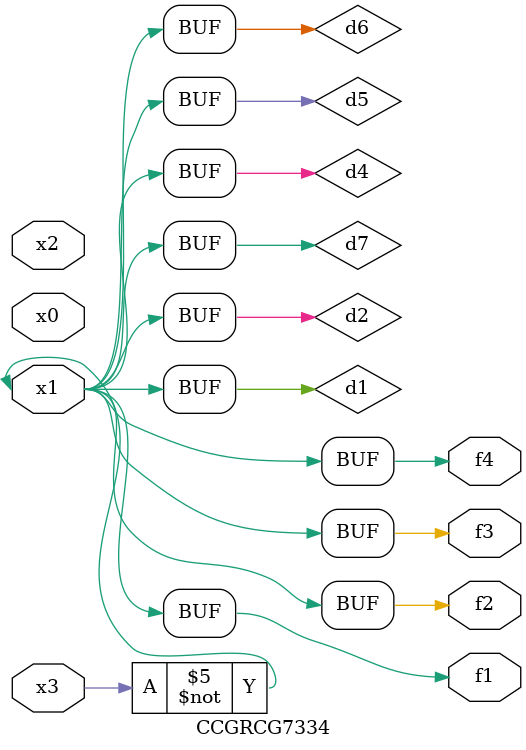
<source format=v>
module CCGRCG7334(
	input x0, x1, x2, x3,
	output f1, f2, f3, f4
);

	wire d1, d2, d3, d4, d5, d6, d7;

	not (d1, x3);
	buf (d2, x1);
	xnor (d3, d1, d2);
	nor (d4, d1);
	buf (d5, d1, d2);
	buf (d6, d4, d5);
	nand (d7, d4);
	assign f1 = d6;
	assign f2 = d7;
	assign f3 = d6;
	assign f4 = d6;
endmodule

</source>
